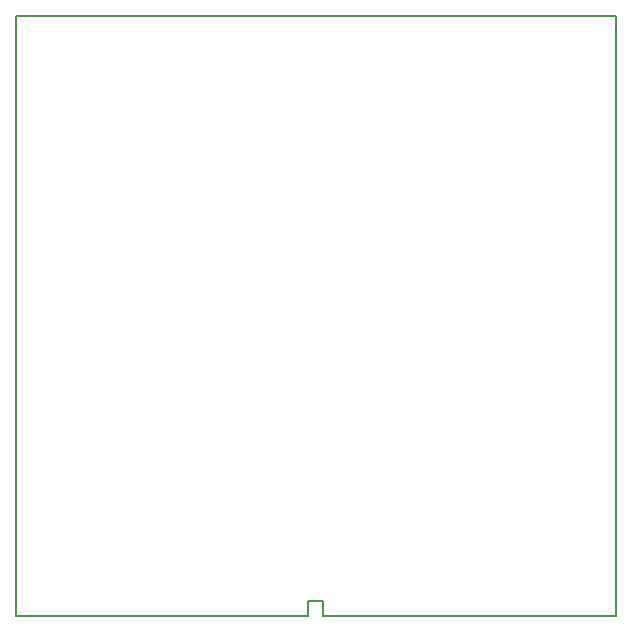
<source format=gm1>
G04 #@! TF.FileFunction,Profile,NP*
%FSLAX46Y46*%
G04 Gerber Fmt 4.6, Leading zero omitted, Abs format (unit mm)*
G04 Created by KiCad (PCBNEW 4.0.2-stable) date Fri 25 Nov 2016 08:04:00 PM CET*
%MOMM*%
G01*
G04 APERTURE LIST*
%ADD10C,0.100000*%
%ADD11C,0.150000*%
G04 APERTURE END LIST*
D10*
D11*
X123101100Y-130403600D02*
X123101100Y-79603600D01*
X173901100Y-130403600D02*
X149136100Y-130403600D01*
X173901100Y-79603600D02*
X173901100Y-130403600D01*
X123101100Y-79603600D02*
X173901100Y-79603600D01*
X147866100Y-130403600D02*
X123101100Y-130403600D01*
X147866100Y-129133600D02*
X147866100Y-130403600D01*
X149136100Y-129133600D02*
X147866100Y-129133600D01*
X149136100Y-130403600D02*
X149136100Y-129133600D01*
M02*

</source>
